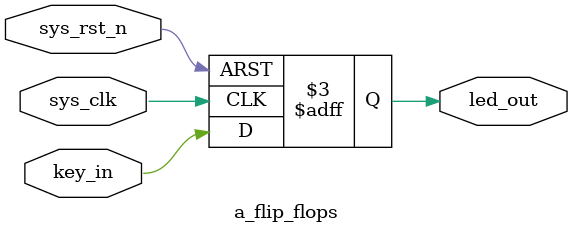
<source format=v>
module a_flip_flops
(
input wire sys_clk , //Clock input. we Will use system clock, 50M Hz
input wire sys_rst_n, //Reset button
input wire key_in , //Input button

output reg led_out //Output
 );

 always@(posedge sys_clk or negedge sys_rst_n) 

 if(sys_rst_n == 1'b0) 
	led_out <= 1'b0; 
 else
	led_out <= key_in;

 endmodule
</source>
